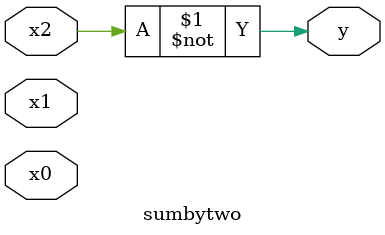
<source format=v>
module sumbytwo(output y,input x2,x1,x0);
	assign y = ~x2;
endmodule

</source>
